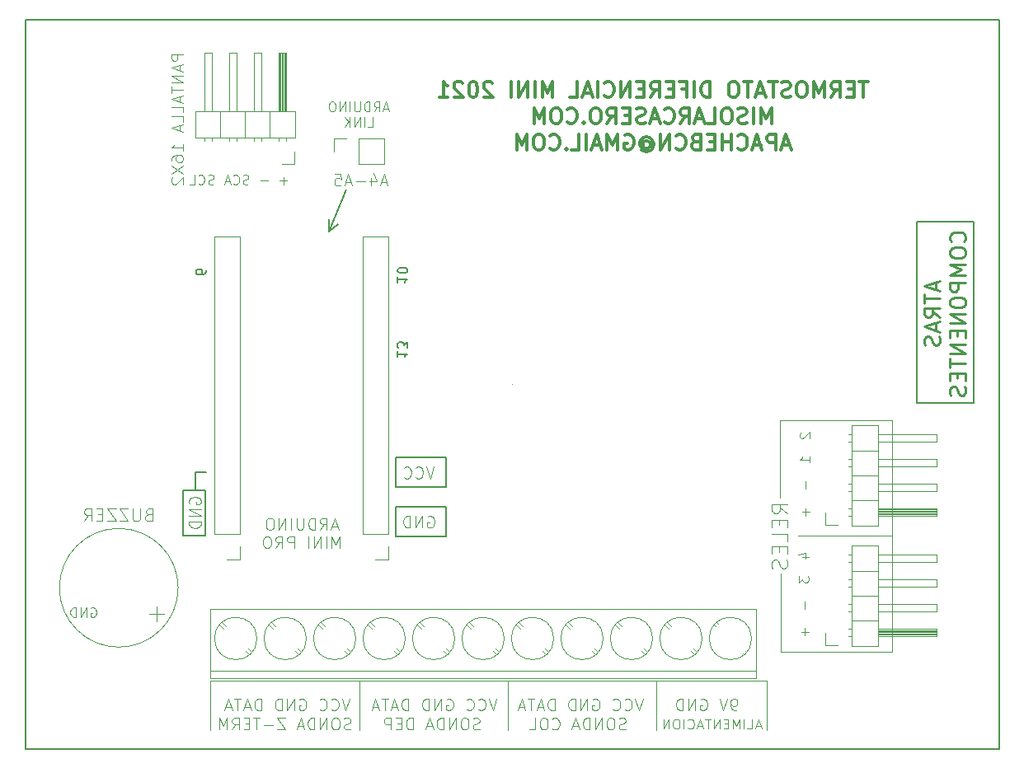
<source format=gbo>
%TF.GenerationSoftware,KiCad,Pcbnew,5.1.10*%
%TF.CreationDate,2021-09-02T20:29:26+02:00*%
%TF.ProjectId,Termostato-Diferencial-Mini,5465726d-6f73-4746-9174-6f2d44696665,rev?*%
%TF.SameCoordinates,PX9e11d20PY4c6afd0*%
%TF.FileFunction,Legend,Bot*%
%TF.FilePolarity,Positive*%
%FSLAX45Y45*%
G04 Gerber Fmt 4.5, Leading zero omitted, Abs format (unit mm)*
G04 Created by KiCad (PCBNEW 5.1.10) date 2021-09-02 20:29:26*
%MOMM*%
%LPD*%
G01*
G04 APERTURE LIST*
%ADD10C,0.100000*%
%ADD11C,0.150000*%
%ADD12C,0.050000*%
%ADD13C,0.300000*%
%TA.AperFunction,Profile*%
%ADD14C,0.200000*%
%TD*%
%ADD15C,0.250000*%
%ADD16C,0.120000*%
G04 APERTURE END LIST*
D10*
X2618200Y-3047920D02*
X-3096800Y-3047920D01*
D11*
X-675100Y-1258000D02*
X-675100Y-1562800D01*
X-675100Y-1562000D02*
X-1195800Y-1562000D01*
X-1195800Y-1562800D02*
X-1195800Y-1258000D01*
X-1195800Y-1258000D02*
X-675100Y-1258000D01*
X-1195800Y-1054800D02*
X-1195800Y-750000D01*
X-1195500Y-750000D02*
X-674800Y-750000D01*
X-674800Y-749200D02*
X-674800Y-1054000D01*
X-674800Y-1054000D02*
X-1195500Y-1054000D01*
X-3379800Y-1090000D02*
X-3154800Y-1090000D01*
X-3154800Y-1090000D02*
X-3154800Y-1559000D01*
X-3154800Y-1559000D02*
X-3379800Y-1559000D01*
X-3379800Y-1559000D02*
X-3379800Y-1090000D01*
X-1883700Y1570300D02*
X-1787400Y1645700D01*
X-1883700Y1570300D02*
X-1883700Y1693500D01*
X-1701100Y2002000D02*
X-1883700Y1570300D01*
D10*
X2301057Y-3353186D02*
X2278200Y-3353186D01*
X2266771Y-3347471D01*
X2261057Y-3341757D01*
X2249629Y-3324614D01*
X2243914Y-3301757D01*
X2243914Y-3256043D01*
X2249629Y-3244614D01*
X2255343Y-3238900D01*
X2266771Y-3233186D01*
X2289629Y-3233186D01*
X2301057Y-3238900D01*
X2306771Y-3244614D01*
X2312486Y-3256043D01*
X2312486Y-3284614D01*
X2306771Y-3296043D01*
X2301057Y-3301757D01*
X2289629Y-3307471D01*
X2266771Y-3307471D01*
X2255343Y-3301757D01*
X2249629Y-3296043D01*
X2243914Y-3284614D01*
X2209629Y-3233186D02*
X2169629Y-3353186D01*
X2129629Y-3233186D01*
X1935343Y-3238900D02*
X1946771Y-3233186D01*
X1963914Y-3233186D01*
X1981057Y-3238900D01*
X1992486Y-3250328D01*
X1998200Y-3261757D01*
X2003914Y-3284614D01*
X2003914Y-3301757D01*
X1998200Y-3324614D01*
X1992486Y-3336043D01*
X1981057Y-3347471D01*
X1963914Y-3353186D01*
X1952486Y-3353186D01*
X1935343Y-3347471D01*
X1929628Y-3341757D01*
X1929628Y-3301757D01*
X1952486Y-3301757D01*
X1878200Y-3353186D02*
X1878200Y-3233186D01*
X1809628Y-3353186D01*
X1809628Y-3233186D01*
X1752486Y-3353186D02*
X1752486Y-3233186D01*
X1723914Y-3233186D01*
X1706771Y-3238900D01*
X1695343Y-3250328D01*
X1689628Y-3261757D01*
X1683914Y-3284614D01*
X1683914Y-3301757D01*
X1689628Y-3324614D01*
X1695343Y-3336043D01*
X1706771Y-3347471D01*
X1723914Y-3353186D01*
X1752486Y-3353186D01*
X2962762Y-498928D02*
X2958000Y-503690D01*
X2953238Y-513214D01*
X2953238Y-537024D01*
X2958000Y-546548D01*
X2962762Y-551310D01*
X2972286Y-556071D01*
X2981809Y-556071D01*
X2996095Y-551310D01*
X3053238Y-494167D01*
X3053238Y-556071D01*
X3053238Y-803690D02*
X3053238Y-746548D01*
X3053238Y-775119D02*
X2953238Y-775119D01*
X2967524Y-765595D01*
X2977048Y-756071D01*
X2981809Y-746548D01*
X3015143Y-998928D02*
X3015143Y-1075119D01*
X3015143Y-1275119D02*
X3015143Y-1351310D01*
X3053238Y-1313214D02*
X2977048Y-1313214D01*
X2977571Y-1778748D02*
X3044238Y-1778748D01*
X2939476Y-1754938D02*
X3010905Y-1731128D01*
X3010905Y-1793033D01*
X2944238Y-1973986D02*
X2944238Y-2035890D01*
X2982333Y-2002557D01*
X2982333Y-2016843D01*
X2987095Y-2026367D01*
X2991857Y-2031128D01*
X3001381Y-2035890D01*
X3025190Y-2035890D01*
X3034714Y-2031128D01*
X3039476Y-2026367D01*
X3044238Y-2016843D01*
X3044238Y-1988271D01*
X3039476Y-1978748D01*
X3034714Y-1973986D01*
X3006143Y-2231129D02*
X3006143Y-2307319D01*
X3006143Y-2507319D02*
X3006143Y-2583510D01*
X3044238Y-2545414D02*
X2968048Y-2545414D01*
D12*
X5000Y0D02*
G75*
G03*
X5000Y0I-5000J0D01*
G01*
D10*
X-3735371Y-1340714D02*
X-3753943Y-1346905D01*
X-3760133Y-1353095D01*
X-3766324Y-1365476D01*
X-3766324Y-1384048D01*
X-3760133Y-1396429D01*
X-3753943Y-1402619D01*
X-3741562Y-1408809D01*
X-3692038Y-1408809D01*
X-3692038Y-1278810D01*
X-3735371Y-1278810D01*
X-3747752Y-1285000D01*
X-3753943Y-1291190D01*
X-3760133Y-1303571D01*
X-3760133Y-1315952D01*
X-3753943Y-1328333D01*
X-3747752Y-1334524D01*
X-3735371Y-1340714D01*
X-3692038Y-1340714D01*
X-3822038Y-1278810D02*
X-3822038Y-1384048D01*
X-3828229Y-1396429D01*
X-3834419Y-1402619D01*
X-3846800Y-1408809D01*
X-3871562Y-1408809D01*
X-3883943Y-1402619D01*
X-3890133Y-1396429D01*
X-3896324Y-1384048D01*
X-3896324Y-1278810D01*
X-3945848Y-1278810D02*
X-4032514Y-1278810D01*
X-3945848Y-1408809D01*
X-4032514Y-1408809D01*
X-4069657Y-1278810D02*
X-4156324Y-1278810D01*
X-4069657Y-1408809D01*
X-4156324Y-1408809D01*
X-4205848Y-1340714D02*
X-4249181Y-1340714D01*
X-4267752Y-1408809D02*
X-4205848Y-1408809D01*
X-4205848Y-1278810D01*
X-4267752Y-1278810D01*
X-4397752Y-1408809D02*
X-4354419Y-1346905D01*
X-4323467Y-1408809D02*
X-4323467Y-1278810D01*
X-4372991Y-1278810D01*
X-4385372Y-1285000D01*
X-4391562Y-1291190D01*
X-4397752Y-1303571D01*
X-4397752Y-1322143D01*
X-4391562Y-1334524D01*
X-4385372Y-1340714D01*
X-4372991Y-1346905D01*
X-4323467Y-1346905D01*
X-3573610Y-2365286D02*
X-3725990Y-2365286D01*
X-3649800Y-2441476D02*
X-3649800Y-2289095D01*
X-4326610Y-2300000D02*
X-4317086Y-2295238D01*
X-4302800Y-2295238D01*
X-4288514Y-2300000D01*
X-4278991Y-2309524D01*
X-4274229Y-2319048D01*
X-4269467Y-2338095D01*
X-4269467Y-2352381D01*
X-4274229Y-2371429D01*
X-4278991Y-2380952D01*
X-4288514Y-2390476D01*
X-4302800Y-2395238D01*
X-4312324Y-2395238D01*
X-4326610Y-2390476D01*
X-4331372Y-2385714D01*
X-4331372Y-2352381D01*
X-4312324Y-2352381D01*
X-4374229Y-2395238D02*
X-4374229Y-2295238D01*
X-4431372Y-2395238D01*
X-4431372Y-2295238D01*
X-4478991Y-2395238D02*
X-4478991Y-2295238D01*
X-4502800Y-2295238D01*
X-4517086Y-2300000D01*
X-4526610Y-2309524D01*
X-4531372Y-2319048D01*
X-4536133Y-2338095D01*
X-4536133Y-2352381D01*
X-4531372Y-2371429D01*
X-4526610Y-2380952D01*
X-4517086Y-2390476D01*
X-4502800Y-2395238D01*
X-4478991Y-2395238D01*
D11*
X-3256800Y-902400D02*
X-3143500Y-902400D01*
X-3256800Y-1088000D02*
X-3256800Y-902400D01*
D10*
X-3310900Y-1228171D02*
X-3316614Y-1216743D01*
X-3316614Y-1199600D01*
X-3310900Y-1182457D01*
X-3299471Y-1171029D01*
X-3288043Y-1165314D01*
X-3265186Y-1159600D01*
X-3248043Y-1159600D01*
X-3225186Y-1165314D01*
X-3213757Y-1171029D01*
X-3202329Y-1182457D01*
X-3196614Y-1199600D01*
X-3196614Y-1211029D01*
X-3202329Y-1228171D01*
X-3208043Y-1233886D01*
X-3248043Y-1233886D01*
X-3248043Y-1211029D01*
X-3196614Y-1285314D02*
X-3316614Y-1285314D01*
X-3196614Y-1353886D01*
X-3316614Y-1353886D01*
X-3196614Y-1411028D02*
X-3316614Y-1411028D01*
X-3316614Y-1439600D01*
X-3310900Y-1456743D01*
X-3299471Y-1468171D01*
X-3288043Y-1473886D01*
X-3265186Y-1479600D01*
X-3248043Y-1479600D01*
X-3225186Y-1473886D01*
X-3213757Y-1468171D01*
X-3202329Y-1456743D01*
X-3196614Y-1439600D01*
X-3196614Y-1411028D01*
X2932400Y-1556800D02*
X3903800Y-1556800D01*
X2618200Y-3554000D02*
X2618200Y-3047920D01*
X-1669443Y-3233186D02*
X-1709443Y-3353186D01*
X-1749443Y-3233186D01*
X-1858014Y-3341757D02*
X-1852300Y-3347471D01*
X-1835157Y-3353186D01*
X-1823729Y-3353186D01*
X-1806586Y-3347471D01*
X-1795157Y-3336043D01*
X-1789443Y-3324614D01*
X-1783729Y-3301757D01*
X-1783729Y-3284614D01*
X-1789443Y-3261757D01*
X-1795157Y-3250328D01*
X-1806586Y-3238900D01*
X-1823729Y-3233186D01*
X-1835157Y-3233186D01*
X-1852300Y-3238900D01*
X-1858014Y-3244614D01*
X-1978014Y-3341757D02*
X-1972300Y-3347471D01*
X-1955157Y-3353186D01*
X-1943729Y-3353186D01*
X-1926586Y-3347471D01*
X-1915157Y-3336043D01*
X-1909443Y-3324614D01*
X-1903729Y-3301757D01*
X-1903729Y-3284614D01*
X-1909443Y-3261757D01*
X-1915157Y-3250328D01*
X-1926586Y-3238900D01*
X-1943729Y-3233186D01*
X-1955157Y-3233186D01*
X-1972300Y-3238900D01*
X-1978014Y-3244614D01*
X-2183729Y-3238900D02*
X-2172300Y-3233186D01*
X-2155157Y-3233186D01*
X-2138014Y-3238900D01*
X-2126586Y-3250328D01*
X-2120872Y-3261757D01*
X-2115157Y-3284614D01*
X-2115157Y-3301757D01*
X-2120872Y-3324614D01*
X-2126586Y-3336043D01*
X-2138014Y-3347471D01*
X-2155157Y-3353186D01*
X-2166586Y-3353186D01*
X-2183729Y-3347471D01*
X-2189443Y-3341757D01*
X-2189443Y-3301757D01*
X-2166586Y-3301757D01*
X-2240872Y-3353186D02*
X-2240872Y-3233186D01*
X-2309443Y-3353186D01*
X-2309443Y-3233186D01*
X-2366586Y-3353186D02*
X-2366586Y-3233186D01*
X-2395157Y-3233186D01*
X-2412300Y-3238900D01*
X-2423729Y-3250328D01*
X-2429443Y-3261757D01*
X-2435157Y-3284614D01*
X-2435157Y-3301757D01*
X-2429443Y-3324614D01*
X-2423729Y-3336043D01*
X-2412300Y-3347471D01*
X-2395157Y-3353186D01*
X-2366586Y-3353186D01*
X-2578014Y-3353186D02*
X-2578014Y-3233186D01*
X-2606586Y-3233186D01*
X-2623729Y-3238900D01*
X-2635157Y-3250328D01*
X-2640872Y-3261757D01*
X-2646586Y-3284614D01*
X-2646586Y-3301757D01*
X-2640872Y-3324614D01*
X-2635157Y-3336043D01*
X-2623729Y-3347471D01*
X-2606586Y-3353186D01*
X-2578014Y-3353186D01*
X-2692300Y-3318900D02*
X-2749443Y-3318900D01*
X-2680872Y-3353186D02*
X-2720872Y-3233186D01*
X-2760872Y-3353186D01*
X-2783729Y-3233186D02*
X-2852300Y-3233186D01*
X-2818014Y-3353186D02*
X-2818014Y-3233186D01*
X-2886586Y-3318900D02*
X-2943729Y-3318900D01*
X-2875157Y-3353186D02*
X-2915157Y-3233186D01*
X-2955157Y-3353186D01*
X-1658957Y-3545171D02*
X-1676100Y-3550886D01*
X-1704671Y-3550886D01*
X-1716100Y-3545171D01*
X-1721814Y-3539457D01*
X-1727529Y-3528028D01*
X-1727529Y-3516600D01*
X-1721814Y-3505171D01*
X-1716100Y-3499457D01*
X-1704671Y-3493743D01*
X-1681814Y-3488028D01*
X-1670386Y-3482314D01*
X-1664671Y-3476600D01*
X-1658957Y-3465171D01*
X-1658957Y-3453743D01*
X-1664671Y-3442314D01*
X-1670386Y-3436600D01*
X-1681814Y-3430886D01*
X-1710386Y-3430886D01*
X-1727529Y-3436600D01*
X-1801814Y-3430886D02*
X-1824671Y-3430886D01*
X-1836100Y-3436600D01*
X-1847529Y-3448028D01*
X-1853243Y-3470886D01*
X-1853243Y-3510886D01*
X-1847529Y-3533743D01*
X-1836100Y-3545171D01*
X-1824671Y-3550886D01*
X-1801814Y-3550886D01*
X-1790386Y-3545171D01*
X-1778957Y-3533743D01*
X-1773243Y-3510886D01*
X-1773243Y-3470886D01*
X-1778957Y-3448028D01*
X-1790386Y-3436600D01*
X-1801814Y-3430886D01*
X-1904671Y-3550886D02*
X-1904671Y-3430886D01*
X-1973243Y-3550886D01*
X-1973243Y-3430886D01*
X-2030386Y-3550886D02*
X-2030386Y-3430886D01*
X-2058957Y-3430886D01*
X-2076100Y-3436600D01*
X-2087529Y-3448028D01*
X-2093243Y-3459457D01*
X-2098957Y-3482314D01*
X-2098957Y-3499457D01*
X-2093243Y-3522314D01*
X-2087529Y-3533743D01*
X-2076100Y-3545171D01*
X-2058957Y-3550886D01*
X-2030386Y-3550886D01*
X-2144672Y-3516600D02*
X-2201814Y-3516600D01*
X-2133243Y-3550886D02*
X-2173243Y-3430886D01*
X-2213243Y-3550886D01*
X-2333243Y-3430886D02*
X-2413243Y-3430886D01*
X-2333243Y-3550886D01*
X-2413243Y-3550886D01*
X-2458957Y-3505171D02*
X-2550386Y-3505171D01*
X-2590386Y-3430886D02*
X-2658957Y-3430886D01*
X-2624672Y-3550886D02*
X-2624672Y-3430886D01*
X-2698957Y-3488028D02*
X-2738957Y-3488028D01*
X-2756100Y-3550886D02*
X-2698957Y-3550886D01*
X-2698957Y-3430886D01*
X-2756100Y-3430886D01*
X-2876100Y-3550886D02*
X-2836100Y-3493743D01*
X-2807529Y-3550886D02*
X-2807529Y-3430886D01*
X-2853243Y-3430886D01*
X-2864671Y-3436600D01*
X-2870386Y-3442314D01*
X-2876100Y-3453743D01*
X-2876100Y-3470886D01*
X-2870386Y-3482314D01*
X-2864671Y-3488028D01*
X-2853243Y-3493743D01*
X-2807529Y-3493743D01*
X-2927529Y-3550886D02*
X-2927529Y-3430886D01*
X-2967529Y-3516600D01*
X-3007529Y-3430886D01*
X-3007529Y-3550886D01*
X-158443Y-3233186D02*
X-198443Y-3353186D01*
X-238443Y-3233186D01*
X-347014Y-3341757D02*
X-341300Y-3347471D01*
X-324157Y-3353186D01*
X-312729Y-3353186D01*
X-295586Y-3347471D01*
X-284157Y-3336043D01*
X-278443Y-3324614D01*
X-272729Y-3301757D01*
X-272729Y-3284614D01*
X-278443Y-3261757D01*
X-284157Y-3250328D01*
X-295586Y-3238900D01*
X-312729Y-3233186D01*
X-324157Y-3233186D01*
X-341300Y-3238900D01*
X-347014Y-3244614D01*
X-467014Y-3341757D02*
X-461300Y-3347471D01*
X-444157Y-3353186D01*
X-432729Y-3353186D01*
X-415586Y-3347471D01*
X-404157Y-3336043D01*
X-398443Y-3324614D01*
X-392729Y-3301757D01*
X-392729Y-3284614D01*
X-398443Y-3261757D01*
X-404157Y-3250328D01*
X-415586Y-3238900D01*
X-432729Y-3233186D01*
X-444157Y-3233186D01*
X-461300Y-3238900D01*
X-467014Y-3244614D01*
X-672729Y-3238900D02*
X-661300Y-3233186D01*
X-644157Y-3233186D01*
X-627014Y-3238900D01*
X-615586Y-3250328D01*
X-609872Y-3261757D01*
X-604157Y-3284614D01*
X-604157Y-3301757D01*
X-609872Y-3324614D01*
X-615586Y-3336043D01*
X-627014Y-3347471D01*
X-644157Y-3353186D01*
X-655586Y-3353186D01*
X-672729Y-3347471D01*
X-678443Y-3341757D01*
X-678443Y-3301757D01*
X-655586Y-3301757D01*
X-729871Y-3353186D02*
X-729871Y-3233186D01*
X-798443Y-3353186D01*
X-798443Y-3233186D01*
X-855586Y-3353186D02*
X-855586Y-3233186D01*
X-884157Y-3233186D01*
X-901300Y-3238900D01*
X-912729Y-3250328D01*
X-918443Y-3261757D01*
X-924157Y-3284614D01*
X-924157Y-3301757D01*
X-918443Y-3324614D01*
X-912729Y-3336043D01*
X-901300Y-3347471D01*
X-884157Y-3353186D01*
X-855586Y-3353186D01*
X-1067014Y-3353186D02*
X-1067014Y-3233186D01*
X-1095586Y-3233186D01*
X-1112729Y-3238900D01*
X-1124157Y-3250328D01*
X-1129872Y-3261757D01*
X-1135586Y-3284614D01*
X-1135586Y-3301757D01*
X-1129872Y-3324614D01*
X-1124157Y-3336043D01*
X-1112729Y-3347471D01*
X-1095586Y-3353186D01*
X-1067014Y-3353186D01*
X-1181300Y-3318900D02*
X-1238443Y-3318900D01*
X-1169872Y-3353186D02*
X-1209872Y-3233186D01*
X-1249872Y-3353186D01*
X-1272729Y-3233186D02*
X-1341300Y-3233186D01*
X-1307014Y-3353186D02*
X-1307014Y-3233186D01*
X-1375586Y-3318900D02*
X-1432729Y-3318900D01*
X-1364157Y-3353186D02*
X-1404157Y-3233186D01*
X-1444157Y-3353186D01*
X-333672Y-3545171D02*
X-350814Y-3550886D01*
X-379386Y-3550886D01*
X-390814Y-3545171D01*
X-396529Y-3539457D01*
X-402243Y-3528028D01*
X-402243Y-3516600D01*
X-396529Y-3505171D01*
X-390814Y-3499457D01*
X-379386Y-3493743D01*
X-356529Y-3488028D01*
X-345100Y-3482314D01*
X-339386Y-3476600D01*
X-333672Y-3465171D01*
X-333672Y-3453743D01*
X-339386Y-3442314D01*
X-345100Y-3436600D01*
X-356529Y-3430886D01*
X-385100Y-3430886D01*
X-402243Y-3436600D01*
X-476529Y-3430886D02*
X-499386Y-3430886D01*
X-510814Y-3436600D01*
X-522243Y-3448028D01*
X-527957Y-3470886D01*
X-527957Y-3510886D01*
X-522243Y-3533743D01*
X-510814Y-3545171D01*
X-499386Y-3550886D01*
X-476529Y-3550886D01*
X-465100Y-3545171D01*
X-453671Y-3533743D01*
X-447957Y-3510886D01*
X-447957Y-3470886D01*
X-453671Y-3448028D01*
X-465100Y-3436600D01*
X-476529Y-3430886D01*
X-579386Y-3550886D02*
X-579386Y-3430886D01*
X-647957Y-3550886D01*
X-647957Y-3430886D01*
X-705100Y-3550886D02*
X-705100Y-3430886D01*
X-733671Y-3430886D01*
X-750814Y-3436600D01*
X-762243Y-3448028D01*
X-767957Y-3459457D01*
X-773671Y-3482314D01*
X-773671Y-3499457D01*
X-767957Y-3522314D01*
X-762243Y-3533743D01*
X-750814Y-3545171D01*
X-733671Y-3550886D01*
X-705100Y-3550886D01*
X-819386Y-3516600D02*
X-876529Y-3516600D01*
X-807957Y-3550886D02*
X-847957Y-3430886D01*
X-887957Y-3550886D01*
X-1019386Y-3550886D02*
X-1019386Y-3430886D01*
X-1047957Y-3430886D01*
X-1065100Y-3436600D01*
X-1076529Y-3448028D01*
X-1082243Y-3459457D01*
X-1087957Y-3482314D01*
X-1087957Y-3499457D01*
X-1082243Y-3522314D01*
X-1076529Y-3533743D01*
X-1065100Y-3545171D01*
X-1047957Y-3550886D01*
X-1019386Y-3550886D01*
X-1139386Y-3488028D02*
X-1179386Y-3488028D01*
X-1196529Y-3550886D02*
X-1139386Y-3550886D01*
X-1139386Y-3430886D01*
X-1196529Y-3430886D01*
X-1247957Y-3550886D02*
X-1247957Y-3430886D01*
X-1293672Y-3430886D01*
X-1305100Y-3436600D01*
X-1310814Y-3442314D01*
X-1316529Y-3453743D01*
X-1316529Y-3470886D01*
X-1310814Y-3482314D01*
X-1305100Y-3488028D01*
X-1293672Y-3493743D01*
X-1247957Y-3493743D01*
X1343757Y-3233186D02*
X1303757Y-3353186D01*
X1263757Y-3233186D01*
X1155186Y-3341757D02*
X1160900Y-3347471D01*
X1178043Y-3353186D01*
X1189471Y-3353186D01*
X1206614Y-3347471D01*
X1218043Y-3336043D01*
X1223757Y-3324614D01*
X1229471Y-3301757D01*
X1229471Y-3284614D01*
X1223757Y-3261757D01*
X1218043Y-3250328D01*
X1206614Y-3238900D01*
X1189471Y-3233186D01*
X1178043Y-3233186D01*
X1160900Y-3238900D01*
X1155186Y-3244614D01*
X1035186Y-3341757D02*
X1040900Y-3347471D01*
X1058043Y-3353186D01*
X1069471Y-3353186D01*
X1086614Y-3347471D01*
X1098043Y-3336043D01*
X1103757Y-3324614D01*
X1109471Y-3301757D01*
X1109471Y-3284614D01*
X1103757Y-3261757D01*
X1098043Y-3250328D01*
X1086614Y-3238900D01*
X1069471Y-3233186D01*
X1058043Y-3233186D01*
X1040900Y-3238900D01*
X1035186Y-3244614D01*
X829471Y-3238900D02*
X840900Y-3233186D01*
X858043Y-3233186D01*
X875186Y-3238900D01*
X886614Y-3250328D01*
X892328Y-3261757D01*
X898043Y-3284614D01*
X898043Y-3301757D01*
X892328Y-3324614D01*
X886614Y-3336043D01*
X875186Y-3347471D01*
X858043Y-3353186D01*
X846614Y-3353186D01*
X829471Y-3347471D01*
X823757Y-3341757D01*
X823757Y-3301757D01*
X846614Y-3301757D01*
X772328Y-3353186D02*
X772328Y-3233186D01*
X703757Y-3353186D01*
X703757Y-3233186D01*
X646614Y-3353186D02*
X646614Y-3233186D01*
X618043Y-3233186D01*
X600900Y-3238900D01*
X589471Y-3250328D01*
X583757Y-3261757D01*
X578043Y-3284614D01*
X578043Y-3301757D01*
X583757Y-3324614D01*
X589471Y-3336043D01*
X600900Y-3347471D01*
X618043Y-3353186D01*
X646614Y-3353186D01*
X435186Y-3353186D02*
X435186Y-3233186D01*
X406614Y-3233186D01*
X389471Y-3238900D01*
X378043Y-3250328D01*
X372328Y-3261757D01*
X366614Y-3284614D01*
X366614Y-3301757D01*
X372328Y-3324614D01*
X378043Y-3336043D01*
X389471Y-3347471D01*
X406614Y-3353186D01*
X435186Y-3353186D01*
X320900Y-3318900D02*
X263757Y-3318900D01*
X332329Y-3353186D02*
X292329Y-3233186D01*
X252328Y-3353186D01*
X229471Y-3233186D02*
X160900Y-3233186D01*
X195186Y-3353186D02*
X195186Y-3233186D01*
X126614Y-3318900D02*
X69471Y-3318900D01*
X138043Y-3353186D02*
X98043Y-3233186D01*
X58043Y-3353186D01*
D11*
X-1176038Y1101352D02*
X-1176038Y1044210D01*
X-1176038Y1072781D02*
X-1076038Y1072781D01*
X-1090324Y1063257D01*
X-1099848Y1053733D01*
X-1104610Y1044210D01*
X-1076038Y1163257D02*
X-1076038Y1172781D01*
X-1080800Y1182305D01*
X-1085562Y1187067D01*
X-1095086Y1191829D01*
X-1114133Y1196591D01*
X-1137943Y1196591D01*
X-1156991Y1191829D01*
X-1166514Y1187067D01*
X-1171276Y1182305D01*
X-1176038Y1172781D01*
X-1176038Y1163257D01*
X-1171276Y1153733D01*
X-1166514Y1148972D01*
X-1156991Y1144210D01*
X-1137943Y1139448D01*
X-1114133Y1139448D01*
X-1095086Y1144210D01*
X-1085562Y1148972D01*
X-1080800Y1153733D01*
X-1076038Y1163257D01*
X-3144962Y1170248D02*
X-3144962Y1151200D01*
X-3149724Y1141676D01*
X-3154486Y1136914D01*
X-3168771Y1127391D01*
X-3187819Y1122629D01*
X-3225914Y1122629D01*
X-3235438Y1127391D01*
X-3240200Y1132152D01*
X-3244962Y1141676D01*
X-3244962Y1160724D01*
X-3240200Y1170248D01*
X-3235438Y1175010D01*
X-3225914Y1179772D01*
X-3202105Y1179772D01*
X-3192581Y1175010D01*
X-3187819Y1170248D01*
X-3183057Y1160724D01*
X-3183057Y1141676D01*
X-3187819Y1132152D01*
X-3192581Y1127391D01*
X-3202105Y1122629D01*
D10*
X-1795086Y-1461000D02*
X-1852229Y-1461000D01*
X-1783657Y-1495286D02*
X-1823657Y-1375286D01*
X-1863657Y-1495286D01*
X-1972229Y-1495286D02*
X-1932229Y-1438143D01*
X-1903657Y-1495286D02*
X-1903657Y-1375286D01*
X-1949371Y-1375286D01*
X-1960800Y-1381000D01*
X-1966514Y-1386714D01*
X-1972229Y-1398143D01*
X-1972229Y-1415286D01*
X-1966514Y-1426714D01*
X-1960800Y-1432428D01*
X-1949371Y-1438143D01*
X-1903657Y-1438143D01*
X-2023657Y-1495286D02*
X-2023657Y-1375286D01*
X-2052229Y-1375286D01*
X-2069371Y-1381000D01*
X-2080800Y-1392429D01*
X-2086514Y-1403857D01*
X-2092229Y-1426714D01*
X-2092229Y-1443857D01*
X-2086514Y-1466714D01*
X-2080800Y-1478143D01*
X-2069371Y-1489571D01*
X-2052229Y-1495286D01*
X-2023657Y-1495286D01*
X-2143657Y-1375286D02*
X-2143657Y-1472428D01*
X-2149372Y-1483857D01*
X-2155086Y-1489571D01*
X-2166514Y-1495286D01*
X-2189372Y-1495286D01*
X-2200800Y-1489571D01*
X-2206514Y-1483857D01*
X-2212229Y-1472428D01*
X-2212229Y-1375286D01*
X-2269372Y-1495286D02*
X-2269372Y-1375286D01*
X-2326514Y-1495286D02*
X-2326514Y-1375286D01*
X-2395086Y-1495286D01*
X-2395086Y-1375286D01*
X-2475086Y-1375286D02*
X-2497943Y-1375286D01*
X-2509372Y-1381000D01*
X-2520800Y-1392429D01*
X-2526514Y-1415286D01*
X-2526514Y-1455286D01*
X-2520800Y-1478143D01*
X-2509372Y-1489571D01*
X-2497943Y-1495286D01*
X-2475086Y-1495286D01*
X-2463657Y-1489571D01*
X-2452229Y-1478143D01*
X-2446514Y-1455286D01*
X-2446514Y-1415286D01*
X-2452229Y-1392429D01*
X-2463657Y-1381000D01*
X-2475086Y-1375286D01*
X-1772229Y-1685286D02*
X-1772229Y-1565286D01*
X-1812229Y-1651000D01*
X-1852229Y-1565286D01*
X-1852229Y-1685286D01*
X-1909371Y-1685286D02*
X-1909371Y-1565286D01*
X-1966514Y-1685286D02*
X-1966514Y-1565286D01*
X-2035086Y-1685286D01*
X-2035086Y-1565286D01*
X-2092229Y-1685286D02*
X-2092229Y-1565286D01*
X-2240800Y-1685286D02*
X-2240800Y-1565286D01*
X-2286514Y-1565286D01*
X-2297943Y-1571000D01*
X-2303657Y-1576714D01*
X-2309372Y-1588143D01*
X-2309372Y-1605286D01*
X-2303657Y-1616714D01*
X-2297943Y-1622428D01*
X-2286514Y-1628143D01*
X-2240800Y-1628143D01*
X-2429372Y-1685286D02*
X-2389372Y-1628143D01*
X-2360800Y-1685286D02*
X-2360800Y-1565286D01*
X-2406514Y-1565286D01*
X-2417943Y-1571000D01*
X-2423657Y-1576714D01*
X-2429372Y-1588143D01*
X-2429372Y-1605286D01*
X-2423657Y-1616714D01*
X-2417943Y-1622428D01*
X-2406514Y-1628143D01*
X-2360800Y-1628143D01*
X-2503657Y-1565286D02*
X-2526514Y-1565286D01*
X-2537943Y-1571000D01*
X-2549372Y-1582428D01*
X-2555086Y-1605286D01*
X-2555086Y-1645286D01*
X-2549372Y-1668143D01*
X-2537943Y-1679571D01*
X-2526514Y-1685286D01*
X-2503657Y-1685286D01*
X-2492229Y-1679571D01*
X-2480800Y-1668143D01*
X-2475086Y-1645286D01*
X-2475086Y-1605286D01*
X-2480800Y-1582428D01*
X-2492229Y-1571000D01*
X-2503657Y-1565286D01*
X-3379514Y3390714D02*
X-3499514Y3390714D01*
X-3499514Y3345000D01*
X-3493800Y3333571D01*
X-3488086Y3327857D01*
X-3476657Y3322143D01*
X-3459514Y3322143D01*
X-3448086Y3327857D01*
X-3442371Y3333571D01*
X-3436657Y3345000D01*
X-3436657Y3390714D01*
X-3413800Y3276429D02*
X-3413800Y3219286D01*
X-3379514Y3287857D02*
X-3499514Y3247857D01*
X-3379514Y3207857D01*
X-3379514Y3167857D02*
X-3499514Y3167857D01*
X-3379514Y3099286D01*
X-3499514Y3099286D01*
X-3499514Y3059286D02*
X-3499514Y2990714D01*
X-3379514Y3025000D02*
X-3499514Y3025000D01*
X-3413800Y2956429D02*
X-3413800Y2899286D01*
X-3379514Y2967857D02*
X-3499514Y2927857D01*
X-3379514Y2887857D01*
X-3379514Y2790714D02*
X-3379514Y2847857D01*
X-3499514Y2847857D01*
X-3379514Y2693572D02*
X-3379514Y2750714D01*
X-3499514Y2750714D01*
X-3413800Y2659286D02*
X-3413800Y2602143D01*
X-3379514Y2670714D02*
X-3499514Y2630714D01*
X-3379514Y2590714D01*
X-3379514Y2396429D02*
X-3379514Y2465000D01*
X-3379514Y2430714D02*
X-3499514Y2430714D01*
X-3482371Y2442143D01*
X-3470943Y2453572D01*
X-3465229Y2465000D01*
X-3499514Y2293572D02*
X-3499514Y2316429D01*
X-3493800Y2327857D01*
X-3488086Y2333572D01*
X-3470943Y2345000D01*
X-3448086Y2350714D01*
X-3402371Y2350714D01*
X-3390943Y2345000D01*
X-3385229Y2339286D01*
X-3379514Y2327857D01*
X-3379514Y2305000D01*
X-3385229Y2293572D01*
X-3390943Y2287857D01*
X-3402371Y2282143D01*
X-3430943Y2282143D01*
X-3442371Y2287857D01*
X-3448086Y2293572D01*
X-3453800Y2305000D01*
X-3453800Y2327857D01*
X-3448086Y2339286D01*
X-3442371Y2345000D01*
X-3430943Y2350714D01*
X-3499514Y2242143D02*
X-3379514Y2162143D01*
X-3499514Y2162143D02*
X-3379514Y2242143D01*
X-3488086Y2122143D02*
X-3493800Y2116429D01*
X-3499514Y2105000D01*
X-3499514Y2076429D01*
X-3493800Y2065000D01*
X-3488086Y2059286D01*
X-3476657Y2053571D01*
X-3465229Y2053571D01*
X-3448086Y2059286D01*
X-3379514Y2127857D01*
X-3379514Y2053571D01*
D11*
X-1176038Y336552D02*
X-1176038Y279410D01*
X-1176038Y307981D02*
X-1076038Y307981D01*
X-1090324Y298457D01*
X-1099848Y288933D01*
X-1104610Y279410D01*
X-1076038Y369886D02*
X-1076038Y431790D01*
X-1114133Y398457D01*
X-1114133Y412743D01*
X-1118895Y422267D01*
X-1123657Y427029D01*
X-1133181Y431790D01*
X-1156991Y431790D01*
X-1166514Y427029D01*
X-1171276Y422267D01*
X-1176038Y412743D01*
X-1176038Y384171D01*
X-1171276Y374648D01*
X-1166514Y369886D01*
D10*
X-1272038Y2829333D02*
X-1319657Y2829333D01*
X-1262514Y2800762D02*
X-1295848Y2900762D01*
X-1329181Y2800762D01*
X-1419657Y2800762D02*
X-1386324Y2848381D01*
X-1362514Y2800762D02*
X-1362514Y2900762D01*
X-1400610Y2900762D01*
X-1410133Y2896000D01*
X-1414895Y2891238D01*
X-1419657Y2881714D01*
X-1419657Y2867429D01*
X-1414895Y2857905D01*
X-1410133Y2853143D01*
X-1400610Y2848381D01*
X-1362514Y2848381D01*
X-1462514Y2800762D02*
X-1462514Y2900762D01*
X-1486324Y2900762D01*
X-1500610Y2896000D01*
X-1510133Y2886476D01*
X-1514895Y2876952D01*
X-1519657Y2857905D01*
X-1519657Y2843619D01*
X-1514895Y2824571D01*
X-1510133Y2815048D01*
X-1500610Y2805524D01*
X-1486324Y2800762D01*
X-1462514Y2800762D01*
X-1562514Y2900762D02*
X-1562514Y2819810D01*
X-1567276Y2810286D01*
X-1572038Y2805524D01*
X-1581562Y2800762D01*
X-1600610Y2800762D01*
X-1610133Y2805524D01*
X-1614895Y2810286D01*
X-1619657Y2819810D01*
X-1619657Y2900762D01*
X-1667276Y2800762D02*
X-1667276Y2900762D01*
X-1714895Y2800762D02*
X-1714895Y2900762D01*
X-1772038Y2800762D01*
X-1772038Y2900762D01*
X-1838705Y2900762D02*
X-1857752Y2900762D01*
X-1867276Y2896000D01*
X-1876800Y2886476D01*
X-1881562Y2867429D01*
X-1881562Y2834095D01*
X-1876800Y2815048D01*
X-1867276Y2805524D01*
X-1857752Y2800762D01*
X-1838705Y2800762D01*
X-1829181Y2805524D01*
X-1819657Y2815048D01*
X-1814895Y2834095D01*
X-1814895Y2867429D01*
X-1819657Y2886476D01*
X-1829181Y2896000D01*
X-1838705Y2900762D01*
X-1481562Y2640762D02*
X-1433943Y2640762D01*
X-1433943Y2740762D01*
X-1514895Y2640762D02*
X-1514895Y2740762D01*
X-1562514Y2640762D02*
X-1562514Y2740762D01*
X-1619657Y2640762D01*
X-1619657Y2740762D01*
X-1667276Y2640762D02*
X-1667276Y2740762D01*
X-1724419Y2640762D02*
X-1681562Y2697905D01*
X-1724419Y2740762D02*
X-1667276Y2683619D01*
D13*
X3653484Y3107739D02*
X3562055Y3107739D01*
X3607769Y2947739D02*
X3607769Y3107739D01*
X3508722Y3031549D02*
X3455388Y3031549D01*
X3432531Y2947739D02*
X3508722Y2947739D01*
X3508722Y3107739D01*
X3432531Y3107739D01*
X3272531Y2947739D02*
X3325865Y3023930D01*
X3363960Y2947739D02*
X3363960Y3107739D01*
X3303008Y3107739D01*
X3287769Y3100120D01*
X3280150Y3092501D01*
X3272531Y3077263D01*
X3272531Y3054406D01*
X3280150Y3039168D01*
X3287769Y3031549D01*
X3303008Y3023930D01*
X3363960Y3023930D01*
X3203960Y2947739D02*
X3203960Y3107739D01*
X3150627Y2993453D01*
X3097293Y3107739D01*
X3097293Y2947739D01*
X2990627Y3107739D02*
X2960150Y3107739D01*
X2944912Y3100120D01*
X2929674Y3084882D01*
X2922055Y3054406D01*
X2922055Y3001072D01*
X2929674Y2970596D01*
X2944912Y2955358D01*
X2960150Y2947739D01*
X2990627Y2947739D01*
X3005865Y2955358D01*
X3021103Y2970596D01*
X3028722Y3001072D01*
X3028722Y3054406D01*
X3021103Y3084882D01*
X3005865Y3100120D01*
X2990627Y3107739D01*
X2861103Y2955358D02*
X2838246Y2947739D01*
X2800150Y2947739D01*
X2784912Y2955358D01*
X2777293Y2962977D01*
X2769674Y2978215D01*
X2769674Y2993453D01*
X2777293Y3008691D01*
X2784912Y3016310D01*
X2800150Y3023930D01*
X2830627Y3031549D01*
X2845865Y3039168D01*
X2853484Y3046787D01*
X2861103Y3062025D01*
X2861103Y3077263D01*
X2853484Y3092501D01*
X2845865Y3100120D01*
X2830627Y3107739D01*
X2792531Y3107739D01*
X2769674Y3100120D01*
X2723960Y3107739D02*
X2632531Y3107739D01*
X2678246Y2947739D02*
X2678246Y3107739D01*
X2586817Y2993453D02*
X2510627Y2993453D01*
X2602055Y2947739D02*
X2548722Y3107739D01*
X2495389Y2947739D01*
X2464912Y3107739D02*
X2373484Y3107739D01*
X2419198Y2947739D02*
X2419198Y3107739D01*
X2289674Y3107739D02*
X2259198Y3107739D01*
X2243960Y3100120D01*
X2228722Y3084882D01*
X2221103Y3054406D01*
X2221103Y3001072D01*
X2228722Y2970596D01*
X2243960Y2955358D01*
X2259198Y2947739D01*
X2289674Y2947739D01*
X2304912Y2955358D01*
X2320150Y2970596D01*
X2327770Y3001072D01*
X2327770Y3054406D01*
X2320150Y3084882D01*
X2304912Y3100120D01*
X2289674Y3107739D01*
X2030627Y2947739D02*
X2030627Y3107739D01*
X1992531Y3107739D01*
X1969674Y3100120D01*
X1954436Y3084882D01*
X1946817Y3069644D01*
X1939198Y3039168D01*
X1939198Y3016310D01*
X1946817Y2985834D01*
X1954436Y2970596D01*
X1969674Y2955358D01*
X1992531Y2947739D01*
X2030627Y2947739D01*
X1870627Y2947739D02*
X1870627Y3107739D01*
X1741103Y3031549D02*
X1794436Y3031549D01*
X1794436Y2947739D02*
X1794436Y3107739D01*
X1718246Y3107739D01*
X1657293Y3031549D02*
X1603960Y3031549D01*
X1581103Y2947739D02*
X1657293Y2947739D01*
X1657293Y3107739D01*
X1581103Y3107739D01*
X1421103Y2947739D02*
X1474436Y3023930D01*
X1512531Y2947739D02*
X1512531Y3107739D01*
X1451579Y3107739D01*
X1436341Y3100120D01*
X1428722Y3092501D01*
X1421103Y3077263D01*
X1421103Y3054406D01*
X1428722Y3039168D01*
X1436341Y3031549D01*
X1451579Y3023930D01*
X1512531Y3023930D01*
X1352531Y3031549D02*
X1299198Y3031549D01*
X1276341Y2947739D02*
X1352531Y2947739D01*
X1352531Y3107739D01*
X1276341Y3107739D01*
X1207770Y2947739D02*
X1207770Y3107739D01*
X1116341Y2947739D01*
X1116341Y3107739D01*
X948722Y2962977D02*
X956341Y2955358D01*
X979198Y2947739D01*
X994436Y2947739D01*
X1017293Y2955358D01*
X1032531Y2970596D01*
X1040150Y2985834D01*
X1047769Y3016310D01*
X1047769Y3039168D01*
X1040150Y3069644D01*
X1032531Y3084882D01*
X1017293Y3100120D01*
X994436Y3107739D01*
X979198Y3107739D01*
X956341Y3100120D01*
X948722Y3092501D01*
X880150Y2947739D02*
X880150Y3107739D01*
X811579Y2993453D02*
X735388Y2993453D01*
X826817Y2947739D02*
X773484Y3107739D01*
X720150Y2947739D01*
X590627Y2947739D02*
X666817Y2947739D01*
X666817Y3107739D01*
X415388Y2947739D02*
X415388Y3107739D01*
X362055Y2993453D01*
X308722Y3107739D01*
X308722Y2947739D01*
X232531Y2947739D02*
X232531Y3107739D01*
X156341Y2947739D02*
X156341Y3107739D01*
X64912Y2947739D01*
X64912Y3107739D01*
X-11278Y2947739D02*
X-11278Y3107739D01*
X-201754Y3092501D02*
X-209373Y3100120D01*
X-224611Y3107739D01*
X-262707Y3107739D01*
X-277945Y3100120D01*
X-285564Y3092501D01*
X-293183Y3077263D01*
X-293183Y3062025D01*
X-285564Y3039168D01*
X-194135Y2947739D01*
X-293183Y2947739D01*
X-392230Y3107739D02*
X-407469Y3107739D01*
X-422707Y3100120D01*
X-430326Y3092501D01*
X-437945Y3077263D01*
X-445564Y3046787D01*
X-445564Y3008691D01*
X-437945Y2978215D01*
X-430326Y2962977D01*
X-422707Y2955358D01*
X-407469Y2947739D01*
X-392230Y2947739D01*
X-376992Y2955358D01*
X-369373Y2962977D01*
X-361754Y2978215D01*
X-354135Y3008691D01*
X-354135Y3046787D01*
X-361754Y3077263D01*
X-369373Y3092501D01*
X-376992Y3100120D01*
X-392230Y3107739D01*
X-506516Y3092501D02*
X-514135Y3100120D01*
X-529373Y3107739D01*
X-567469Y3107739D01*
X-582707Y3100120D01*
X-590326Y3092501D01*
X-597945Y3077263D01*
X-597945Y3062025D01*
X-590326Y3039168D01*
X-498897Y2947739D01*
X-597945Y2947739D01*
X-750326Y2947739D02*
X-658897Y2947739D01*
X-704611Y2947739D02*
X-704611Y3107739D01*
X-689373Y3084882D01*
X-674135Y3069644D01*
X-658897Y3062025D01*
X2663008Y2677739D02*
X2663008Y2837739D01*
X2609674Y2723453D01*
X2556341Y2837739D01*
X2556341Y2677739D01*
X2480150Y2677739D02*
X2480150Y2837739D01*
X2411579Y2685358D02*
X2388722Y2677739D01*
X2350627Y2677739D01*
X2335389Y2685358D01*
X2327770Y2692977D01*
X2320150Y2708215D01*
X2320150Y2723453D01*
X2327770Y2738692D01*
X2335389Y2746311D01*
X2350627Y2753930D01*
X2381103Y2761549D01*
X2396341Y2769168D01*
X2403960Y2776787D01*
X2411579Y2792025D01*
X2411579Y2807263D01*
X2403960Y2822501D01*
X2396341Y2830120D01*
X2381103Y2837739D01*
X2343008Y2837739D01*
X2320150Y2830120D01*
X2221103Y2837739D02*
X2190627Y2837739D01*
X2175389Y2830120D01*
X2160150Y2814882D01*
X2152531Y2784406D01*
X2152531Y2731072D01*
X2160150Y2700596D01*
X2175389Y2685358D01*
X2190627Y2677739D01*
X2221103Y2677739D01*
X2236341Y2685358D01*
X2251579Y2700596D01*
X2259198Y2731072D01*
X2259198Y2784406D01*
X2251579Y2814882D01*
X2236341Y2830120D01*
X2221103Y2837739D01*
X2007769Y2677739D02*
X2083960Y2677739D01*
X2083960Y2837739D01*
X1962055Y2723453D02*
X1885865Y2723453D01*
X1977293Y2677739D02*
X1923960Y2837739D01*
X1870627Y2677739D01*
X1725865Y2677739D02*
X1779198Y2753930D01*
X1817293Y2677739D02*
X1817293Y2837739D01*
X1756341Y2837739D01*
X1741103Y2830120D01*
X1733484Y2822501D01*
X1725865Y2807263D01*
X1725865Y2784406D01*
X1733484Y2769168D01*
X1741103Y2761549D01*
X1756341Y2753930D01*
X1817293Y2753930D01*
X1565865Y2692977D02*
X1573484Y2685358D01*
X1596341Y2677739D01*
X1611579Y2677739D01*
X1634436Y2685358D01*
X1649674Y2700596D01*
X1657293Y2715834D01*
X1664912Y2746311D01*
X1664912Y2769168D01*
X1657293Y2799644D01*
X1649674Y2814882D01*
X1634436Y2830120D01*
X1611579Y2837739D01*
X1596341Y2837739D01*
X1573484Y2830120D01*
X1565865Y2822501D01*
X1504912Y2723453D02*
X1428722Y2723453D01*
X1520150Y2677739D02*
X1466817Y2837739D01*
X1413484Y2677739D01*
X1367770Y2685358D02*
X1344912Y2677739D01*
X1306817Y2677739D01*
X1291579Y2685358D01*
X1283960Y2692977D01*
X1276341Y2708215D01*
X1276341Y2723453D01*
X1283960Y2738692D01*
X1291579Y2746311D01*
X1306817Y2753930D01*
X1337293Y2761549D01*
X1352531Y2769168D01*
X1360150Y2776787D01*
X1367770Y2792025D01*
X1367770Y2807263D01*
X1360150Y2822501D01*
X1352531Y2830120D01*
X1337293Y2837739D01*
X1299198Y2837739D01*
X1276341Y2830120D01*
X1207770Y2761549D02*
X1154436Y2761549D01*
X1131579Y2677739D02*
X1207770Y2677739D01*
X1207770Y2837739D01*
X1131579Y2837739D01*
X971579Y2677739D02*
X1024912Y2753930D01*
X1063008Y2677739D02*
X1063008Y2837739D01*
X1002055Y2837739D01*
X986817Y2830120D01*
X979198Y2822501D01*
X971579Y2807263D01*
X971579Y2784406D01*
X979198Y2769168D01*
X986817Y2761549D01*
X1002055Y2753930D01*
X1063008Y2753930D01*
X872531Y2837739D02*
X842055Y2837739D01*
X826817Y2830120D01*
X811579Y2814882D01*
X803960Y2784406D01*
X803960Y2731072D01*
X811579Y2700596D01*
X826817Y2685358D01*
X842055Y2677739D01*
X872531Y2677739D01*
X887769Y2685358D01*
X903008Y2700596D01*
X910627Y2731072D01*
X910627Y2784406D01*
X903008Y2814882D01*
X887769Y2830120D01*
X872531Y2837739D01*
X735388Y2692977D02*
X727769Y2685358D01*
X735388Y2677739D01*
X743008Y2685358D01*
X735388Y2692977D01*
X735388Y2677739D01*
X567770Y2692977D02*
X575389Y2685358D01*
X598246Y2677739D01*
X613484Y2677739D01*
X636341Y2685358D01*
X651579Y2700596D01*
X659198Y2715834D01*
X666817Y2746311D01*
X666817Y2769168D01*
X659198Y2799644D01*
X651579Y2814882D01*
X636341Y2830120D01*
X613484Y2837739D01*
X598246Y2837739D01*
X575389Y2830120D01*
X567770Y2822501D01*
X468722Y2837739D02*
X438246Y2837739D01*
X423008Y2830120D01*
X407769Y2814882D01*
X400150Y2784406D01*
X400150Y2731072D01*
X407769Y2700596D01*
X423008Y2685358D01*
X438246Y2677739D01*
X468722Y2677739D01*
X483960Y2685358D01*
X499198Y2700596D01*
X506817Y2731072D01*
X506817Y2784406D01*
X499198Y2814882D01*
X483960Y2830120D01*
X468722Y2837739D01*
X331579Y2677739D02*
X331579Y2837739D01*
X278246Y2723453D01*
X224912Y2837739D01*
X224912Y2677739D01*
X2849674Y2453453D02*
X2773484Y2453453D01*
X2864912Y2407739D02*
X2811579Y2567739D01*
X2758246Y2407739D01*
X2704912Y2407739D02*
X2704912Y2567739D01*
X2643960Y2567739D01*
X2628722Y2560120D01*
X2621103Y2552501D01*
X2613484Y2537263D01*
X2613484Y2514406D01*
X2621103Y2499168D01*
X2628722Y2491549D01*
X2643960Y2483930D01*
X2704912Y2483930D01*
X2552531Y2453453D02*
X2476341Y2453453D01*
X2567770Y2407739D02*
X2514436Y2567739D01*
X2461103Y2407739D01*
X2316341Y2422977D02*
X2323960Y2415358D01*
X2346817Y2407739D01*
X2362055Y2407739D01*
X2384912Y2415358D01*
X2400150Y2430596D01*
X2407770Y2445834D01*
X2415389Y2476311D01*
X2415389Y2499168D01*
X2407770Y2529644D01*
X2400150Y2544882D01*
X2384912Y2560120D01*
X2362055Y2567739D01*
X2346817Y2567739D01*
X2323960Y2560120D01*
X2316341Y2552501D01*
X2247770Y2407739D02*
X2247770Y2567739D01*
X2247770Y2491549D02*
X2156341Y2491549D01*
X2156341Y2407739D02*
X2156341Y2567739D01*
X2080150Y2491549D02*
X2026817Y2491549D01*
X2003960Y2407739D02*
X2080150Y2407739D01*
X2080150Y2567739D01*
X2003960Y2567739D01*
X1882055Y2491549D02*
X1859198Y2483930D01*
X1851579Y2476311D01*
X1843960Y2461072D01*
X1843960Y2438215D01*
X1851579Y2422977D01*
X1859198Y2415358D01*
X1874436Y2407739D01*
X1935388Y2407739D01*
X1935388Y2567739D01*
X1882055Y2567739D01*
X1866817Y2560120D01*
X1859198Y2552501D01*
X1851579Y2537263D01*
X1851579Y2522025D01*
X1859198Y2506787D01*
X1866817Y2499168D01*
X1882055Y2491549D01*
X1935388Y2491549D01*
X1683960Y2422977D02*
X1691579Y2415358D01*
X1714436Y2407739D01*
X1729674Y2407739D01*
X1752531Y2415358D01*
X1767769Y2430596D01*
X1775388Y2445834D01*
X1783008Y2476311D01*
X1783008Y2499168D01*
X1775388Y2529644D01*
X1767769Y2544882D01*
X1752531Y2560120D01*
X1729674Y2567739D01*
X1714436Y2567739D01*
X1691579Y2560120D01*
X1683960Y2552501D01*
X1615388Y2407739D02*
X1615388Y2567739D01*
X1523960Y2407739D01*
X1523960Y2567739D01*
X1348722Y2483930D02*
X1356341Y2491549D01*
X1371579Y2499168D01*
X1386817Y2499168D01*
X1402055Y2491549D01*
X1409674Y2483930D01*
X1417293Y2468692D01*
X1417293Y2453453D01*
X1409674Y2438215D01*
X1402055Y2430596D01*
X1386817Y2422977D01*
X1371579Y2422977D01*
X1356341Y2430596D01*
X1348722Y2438215D01*
X1348722Y2499168D02*
X1348722Y2438215D01*
X1341103Y2430596D01*
X1333484Y2430596D01*
X1318246Y2438215D01*
X1310627Y2453453D01*
X1310627Y2491549D01*
X1325865Y2514406D01*
X1348722Y2529644D01*
X1379198Y2537263D01*
X1409674Y2529644D01*
X1432531Y2514406D01*
X1447769Y2491549D01*
X1455388Y2461072D01*
X1447769Y2430596D01*
X1432531Y2407739D01*
X1409674Y2392501D01*
X1379198Y2384882D01*
X1348722Y2392501D01*
X1325865Y2407739D01*
X1158246Y2560120D02*
X1173484Y2567739D01*
X1196341Y2567739D01*
X1219198Y2560120D01*
X1234436Y2544882D01*
X1242055Y2529644D01*
X1249674Y2499168D01*
X1249674Y2476311D01*
X1242055Y2445834D01*
X1234436Y2430596D01*
X1219198Y2415358D01*
X1196341Y2407739D01*
X1181103Y2407739D01*
X1158246Y2415358D01*
X1150627Y2422977D01*
X1150627Y2476311D01*
X1181103Y2476311D01*
X1082055Y2407739D02*
X1082055Y2567739D01*
X1028722Y2453453D01*
X975388Y2567739D01*
X975388Y2407739D01*
X906817Y2453453D02*
X830627Y2453453D01*
X922055Y2407739D02*
X868722Y2567739D01*
X815388Y2407739D01*
X762055Y2407739D02*
X762055Y2567739D01*
X609674Y2407739D02*
X685865Y2407739D01*
X685865Y2567739D01*
X556341Y2422977D02*
X548722Y2415358D01*
X556341Y2407739D01*
X563960Y2415358D01*
X556341Y2422977D01*
X556341Y2407739D01*
X388722Y2422977D02*
X396341Y2415358D01*
X419198Y2407739D01*
X434436Y2407739D01*
X457293Y2415358D01*
X472531Y2430596D01*
X480150Y2445834D01*
X487769Y2476311D01*
X487769Y2499168D01*
X480150Y2529644D01*
X472531Y2544882D01*
X457293Y2560120D01*
X434436Y2567739D01*
X419198Y2567739D01*
X396341Y2560120D01*
X388722Y2552501D01*
X289674Y2567739D02*
X259198Y2567739D01*
X243960Y2560120D01*
X228722Y2544882D01*
X221103Y2514406D01*
X221103Y2461072D01*
X228722Y2430596D01*
X243960Y2415358D01*
X259198Y2407739D01*
X289674Y2407739D01*
X304912Y2415358D01*
X320150Y2430596D01*
X327770Y2461072D01*
X327770Y2514406D01*
X320150Y2544882D01*
X304912Y2560120D01*
X289674Y2567739D01*
X152531Y2407739D02*
X152531Y2567739D01*
X99198Y2453453D01*
X45865Y2567739D01*
X45865Y2407739D01*
D11*
X4158000Y1668900D02*
X4738000Y1668900D01*
X4737000Y1667900D02*
X4737000Y-196100D01*
X4737000Y-196100D02*
X4157000Y-196100D01*
X4157000Y-196100D02*
X4157000Y1667900D01*
D14*
X4998980Y3747000D02*
X-4998900Y3747000D01*
D10*
X2750220Y-367900D02*
X3903380Y-367900D01*
X2750690Y-1169100D02*
X2750220Y-367900D01*
X2755300Y-2749020D02*
X3903380Y-2749020D01*
X3903380Y-367900D02*
X3903380Y-2748000D01*
X2755220Y-1943800D02*
X2755300Y-2749020D01*
X2826981Y-1326610D02*
X2750790Y-1273276D01*
X2826981Y-1235181D02*
X2666981Y-1235181D01*
X2666981Y-1296133D01*
X2674600Y-1311371D01*
X2682219Y-1318990D01*
X2697457Y-1326610D01*
X2720314Y-1326610D01*
X2735552Y-1318990D01*
X2743171Y-1311371D01*
X2750790Y-1296133D01*
X2750790Y-1235181D01*
X2743171Y-1395181D02*
X2743171Y-1448514D01*
X2826981Y-1471371D02*
X2826981Y-1395181D01*
X2666981Y-1395181D01*
X2666981Y-1471371D01*
X2826981Y-1616133D02*
X2826981Y-1539943D01*
X2666981Y-1539943D01*
X2743171Y-1669467D02*
X2743171Y-1722800D01*
X2826981Y-1745657D02*
X2826981Y-1669467D01*
X2666981Y-1669467D01*
X2666981Y-1745657D01*
X2819362Y-1806609D02*
X2826981Y-1829467D01*
X2826981Y-1867562D01*
X2819362Y-1882800D01*
X2811743Y-1890419D01*
X2796505Y-1898038D01*
X2781267Y-1898038D01*
X2766029Y-1890419D01*
X2758410Y-1882800D01*
X2750790Y-1867562D01*
X2743171Y-1837086D01*
X2735552Y-1821848D01*
X2727933Y-1814228D01*
X2712695Y-1806609D01*
X2697457Y-1806609D01*
X2682219Y-1814228D01*
X2674600Y-1821848D01*
X2666981Y-1837086D01*
X2666981Y-1875181D01*
X2674600Y-1898038D01*
X-3097200Y-3554000D02*
X-3097200Y-3047920D01*
X-1569200Y-3554000D02*
X-1569200Y-3048220D01*
X-42400Y-3554000D02*
X-42400Y-3051100D01*
X1482700Y-3554000D02*
X1482700Y-3051100D01*
X1165671Y-3545171D02*
X1148529Y-3550886D01*
X1119957Y-3550886D01*
X1108529Y-3545171D01*
X1102814Y-3539457D01*
X1097100Y-3528028D01*
X1097100Y-3516600D01*
X1102814Y-3505171D01*
X1108529Y-3499457D01*
X1119957Y-3493743D01*
X1142814Y-3488028D01*
X1154243Y-3482314D01*
X1159957Y-3476600D01*
X1165671Y-3465171D01*
X1165671Y-3453743D01*
X1159957Y-3442314D01*
X1154243Y-3436600D01*
X1142814Y-3430886D01*
X1114243Y-3430886D01*
X1097100Y-3436600D01*
X1022814Y-3430886D02*
X999957Y-3430886D01*
X988528Y-3436600D01*
X977100Y-3448028D01*
X971386Y-3470886D01*
X971386Y-3510886D01*
X977100Y-3533743D01*
X988528Y-3545171D01*
X999957Y-3550886D01*
X1022814Y-3550886D01*
X1034243Y-3545171D01*
X1045671Y-3533743D01*
X1051386Y-3510886D01*
X1051386Y-3470886D01*
X1045671Y-3448028D01*
X1034243Y-3436600D01*
X1022814Y-3430886D01*
X919957Y-3550886D02*
X919957Y-3430886D01*
X851386Y-3550886D01*
X851386Y-3430886D01*
X794243Y-3550886D02*
X794243Y-3430886D01*
X765671Y-3430886D01*
X748528Y-3436600D01*
X737100Y-3448028D01*
X731386Y-3459457D01*
X725671Y-3482314D01*
X725671Y-3499457D01*
X731386Y-3522314D01*
X737100Y-3533743D01*
X748528Y-3545171D01*
X765671Y-3550886D01*
X794243Y-3550886D01*
X679957Y-3516600D02*
X622814Y-3516600D01*
X691386Y-3550886D02*
X651386Y-3430886D01*
X611386Y-3550886D01*
X411386Y-3539457D02*
X417100Y-3545171D01*
X434243Y-3550886D01*
X445671Y-3550886D01*
X462814Y-3545171D01*
X474243Y-3533743D01*
X479957Y-3522314D01*
X485671Y-3499457D01*
X485671Y-3482314D01*
X479957Y-3459457D01*
X474243Y-3448028D01*
X462814Y-3436600D01*
X445671Y-3430886D01*
X434243Y-3430886D01*
X417100Y-3436600D01*
X411386Y-3442314D01*
X337100Y-3430886D02*
X314243Y-3430886D01*
X302814Y-3436600D01*
X291386Y-3448028D01*
X285671Y-3470886D01*
X285671Y-3510886D01*
X291386Y-3533743D01*
X302814Y-3545171D01*
X314243Y-3550886D01*
X337100Y-3550886D01*
X348529Y-3545171D01*
X359957Y-3533743D01*
X365671Y-3510886D01*
X365671Y-3470886D01*
X359957Y-3448028D01*
X348529Y-3436600D01*
X337100Y-3430886D01*
X177100Y-3550886D02*
X234243Y-3550886D01*
X234243Y-3430886D01*
X-802310Y-849386D02*
X-842310Y-969386D01*
X-882310Y-849386D01*
X-990881Y-957957D02*
X-985167Y-963671D01*
X-968024Y-969386D01*
X-956596Y-969386D01*
X-939453Y-963671D01*
X-928024Y-952243D01*
X-922310Y-940814D01*
X-916596Y-917957D01*
X-916596Y-900814D01*
X-922310Y-877957D01*
X-928024Y-866528D01*
X-939453Y-855100D01*
X-956596Y-849386D01*
X-968024Y-849386D01*
X-985167Y-855100D01*
X-990881Y-860814D01*
X-1110882Y-957957D02*
X-1105167Y-963671D01*
X-1088024Y-969386D01*
X-1076596Y-969386D01*
X-1059453Y-963671D01*
X-1048024Y-952243D01*
X-1042310Y-940814D01*
X-1036596Y-917957D01*
X-1036596Y-900814D01*
X-1042310Y-877957D01*
X-1048024Y-866528D01*
X-1059453Y-855100D01*
X-1076596Y-849386D01*
X-1088024Y-849386D01*
X-1105167Y-855100D01*
X-1110882Y-860814D01*
X-864971Y-1359800D02*
X-853543Y-1354086D01*
X-836400Y-1354086D01*
X-819257Y-1359800D01*
X-807829Y-1371229D01*
X-802114Y-1382657D01*
X-796400Y-1405514D01*
X-796400Y-1422657D01*
X-802114Y-1445514D01*
X-807829Y-1456943D01*
X-819257Y-1468371D01*
X-836400Y-1474086D01*
X-847829Y-1474086D01*
X-864971Y-1468371D01*
X-870686Y-1462657D01*
X-870686Y-1422657D01*
X-847829Y-1422657D01*
X-922114Y-1474086D02*
X-922114Y-1354086D01*
X-990686Y-1474086D01*
X-990686Y-1354086D01*
X-1047829Y-1474086D02*
X-1047829Y-1354086D01*
X-1076400Y-1354086D01*
X-1093543Y-1359800D01*
X-1104972Y-1371229D01*
X-1110686Y-1382657D01*
X-1116400Y-1405514D01*
X-1116400Y-1422657D01*
X-1110686Y-1445514D01*
X-1104972Y-1456943D01*
X-1093543Y-1468371D01*
X-1076400Y-1474086D01*
X-1047829Y-1474086D01*
D14*
X4999100Y-3746890D02*
X4998980Y3747000D01*
X-4998780Y-3746890D02*
X4999100Y-3746890D01*
D15*
X4346167Y1047710D02*
X4346167Y971519D01*
X4391881Y1062948D02*
X4231881Y1009614D01*
X4391881Y956281D01*
X4231881Y925805D02*
X4231881Y834376D01*
X4391881Y880090D02*
X4231881Y880090D01*
X4391881Y689614D02*
X4315690Y742948D01*
X4391881Y781043D02*
X4231881Y781043D01*
X4231881Y720090D01*
X4239500Y704852D01*
X4247119Y697233D01*
X4262357Y689614D01*
X4285214Y689614D01*
X4300452Y697233D01*
X4308071Y704852D01*
X4315690Y720090D01*
X4315690Y781043D01*
X4346167Y628662D02*
X4346167Y552472D01*
X4391881Y643900D02*
X4231881Y590567D01*
X4391881Y537233D01*
X4384262Y491519D02*
X4391881Y468662D01*
X4391881Y430567D01*
X4384262Y415329D01*
X4376643Y407710D01*
X4361405Y400090D01*
X4346167Y400090D01*
X4330929Y407710D01*
X4323310Y415329D01*
X4315690Y430567D01*
X4308071Y461043D01*
X4300452Y476281D01*
X4292833Y483900D01*
X4277595Y491519D01*
X4262357Y491519D01*
X4247119Y483900D01*
X4239500Y476281D01*
X4231881Y461043D01*
X4231881Y422948D01*
X4239500Y400090D01*
X4641643Y1462948D02*
X4649262Y1470567D01*
X4656881Y1493424D01*
X4656881Y1508662D01*
X4649262Y1531519D01*
X4634024Y1546757D01*
X4618786Y1554376D01*
X4588310Y1561995D01*
X4565452Y1561995D01*
X4534976Y1554376D01*
X4519738Y1546757D01*
X4504500Y1531519D01*
X4496881Y1508662D01*
X4496881Y1493424D01*
X4504500Y1470567D01*
X4512119Y1462948D01*
X4496881Y1363900D02*
X4496881Y1333424D01*
X4504500Y1318186D01*
X4519738Y1302948D01*
X4550214Y1295329D01*
X4603548Y1295329D01*
X4634024Y1302948D01*
X4649262Y1318186D01*
X4656881Y1333424D01*
X4656881Y1363900D01*
X4649262Y1379138D01*
X4634024Y1394376D01*
X4603548Y1401995D01*
X4550214Y1401995D01*
X4519738Y1394376D01*
X4504500Y1379138D01*
X4496881Y1363900D01*
X4656881Y1226757D02*
X4496881Y1226757D01*
X4611167Y1173424D01*
X4496881Y1120091D01*
X4656881Y1120091D01*
X4656881Y1043900D02*
X4496881Y1043900D01*
X4496881Y982948D01*
X4504500Y967710D01*
X4512119Y960090D01*
X4527357Y952471D01*
X4550214Y952471D01*
X4565452Y960090D01*
X4573071Y967710D01*
X4580690Y982948D01*
X4580690Y1043900D01*
X4496881Y853424D02*
X4496881Y822948D01*
X4504500Y807710D01*
X4519738Y792471D01*
X4550214Y784852D01*
X4603548Y784852D01*
X4634024Y792471D01*
X4649262Y807710D01*
X4656881Y822948D01*
X4656881Y853424D01*
X4649262Y868662D01*
X4634024Y883900D01*
X4603548Y891519D01*
X4550214Y891519D01*
X4519738Y883900D01*
X4504500Y868662D01*
X4496881Y853424D01*
X4656881Y716281D02*
X4496881Y716281D01*
X4656881Y624852D01*
X4496881Y624852D01*
X4573071Y548662D02*
X4573071Y495329D01*
X4656881Y472471D02*
X4656881Y548662D01*
X4496881Y548662D01*
X4496881Y472471D01*
X4656881Y403900D02*
X4496881Y403900D01*
X4656881Y312472D01*
X4496881Y312472D01*
X4496881Y259138D02*
X4496881Y167710D01*
X4656881Y213424D02*
X4496881Y213424D01*
X4573071Y114376D02*
X4573071Y61043D01*
X4656881Y38186D02*
X4656881Y114376D01*
X4496881Y114376D01*
X4496881Y38186D01*
X4649262Y-22767D02*
X4656881Y-45624D01*
X4656881Y-83719D01*
X4649262Y-98957D01*
X4641643Y-106576D01*
X4626405Y-114195D01*
X4611167Y-114195D01*
X4595929Y-106576D01*
X4588310Y-98957D01*
X4580690Y-83719D01*
X4573071Y-53243D01*
X4565452Y-38005D01*
X4557833Y-30386D01*
X4542595Y-22767D01*
X4527357Y-22767D01*
X4512119Y-30386D01*
X4504500Y-38005D01*
X4496881Y-53243D01*
X4496881Y-91338D01*
X4504500Y-114195D01*
D14*
X-4998780Y-3746890D02*
X-4998900Y3747000D01*
D10*
X2552581Y-3513267D02*
X2504962Y-3513267D01*
X2562105Y-3541838D02*
X2528771Y-3441838D01*
X2495438Y-3541838D01*
X2414486Y-3541838D02*
X2462105Y-3541838D01*
X2462105Y-3441838D01*
X2381152Y-3541838D02*
X2381152Y-3441838D01*
X2333533Y-3541838D02*
X2333533Y-3441838D01*
X2300200Y-3513267D01*
X2266867Y-3441838D01*
X2266867Y-3541838D01*
X2219248Y-3489457D02*
X2185914Y-3489457D01*
X2171629Y-3541838D02*
X2219248Y-3541838D01*
X2219248Y-3441838D01*
X2171629Y-3441838D01*
X2128771Y-3541838D02*
X2128771Y-3441838D01*
X2071628Y-3541838D01*
X2071628Y-3441838D01*
X2038295Y-3441838D02*
X1981152Y-3441838D01*
X2009724Y-3541838D02*
X2009724Y-3441838D01*
X1952581Y-3513267D02*
X1904962Y-3513267D01*
X1962105Y-3541838D02*
X1928771Y-3441838D01*
X1895438Y-3541838D01*
X1804962Y-3532314D02*
X1809724Y-3537076D01*
X1824009Y-3541838D01*
X1833533Y-3541838D01*
X1847819Y-3537076D01*
X1857343Y-3527552D01*
X1862105Y-3518028D01*
X1866867Y-3498981D01*
X1866867Y-3484695D01*
X1862105Y-3465648D01*
X1857343Y-3456124D01*
X1847819Y-3446600D01*
X1833533Y-3441838D01*
X1824009Y-3441838D01*
X1809724Y-3446600D01*
X1804962Y-3451362D01*
X1762105Y-3541838D02*
X1762105Y-3441838D01*
X1695438Y-3441838D02*
X1676390Y-3441838D01*
X1666867Y-3446600D01*
X1657343Y-3456124D01*
X1652581Y-3475171D01*
X1652581Y-3508505D01*
X1657343Y-3527552D01*
X1666867Y-3537076D01*
X1676390Y-3541838D01*
X1695438Y-3541838D01*
X1704962Y-3537076D01*
X1714486Y-3527552D01*
X1719248Y-3508505D01*
X1719248Y-3475171D01*
X1714486Y-3456124D01*
X1704962Y-3446600D01*
X1695438Y-3441838D01*
X1609724Y-3541838D02*
X1609724Y-3441838D01*
X1552581Y-3541838D01*
X1552581Y-3441838D01*
X-2311943Y2088857D02*
X-2388133Y2088857D01*
X-2350038Y2050762D02*
X-2350038Y2126952D01*
X-2511943Y2088857D02*
X-2588133Y2088857D01*
X-2707181Y2055524D02*
X-2721467Y2050762D01*
X-2745276Y2050762D01*
X-2754800Y2055524D01*
X-2759562Y2060286D01*
X-2764324Y2069810D01*
X-2764324Y2079333D01*
X-2759562Y2088857D01*
X-2754800Y2093619D01*
X-2745276Y2098381D01*
X-2726229Y2103143D01*
X-2716705Y2107905D01*
X-2711943Y2112667D01*
X-2707181Y2122191D01*
X-2707181Y2131714D01*
X-2711943Y2141238D01*
X-2716705Y2146000D01*
X-2726229Y2150762D01*
X-2750038Y2150762D01*
X-2764324Y2146000D01*
X-2864324Y2060286D02*
X-2859562Y2055524D01*
X-2845276Y2050762D01*
X-2835752Y2050762D01*
X-2821467Y2055524D01*
X-2811943Y2065048D01*
X-2807181Y2074571D01*
X-2802419Y2093619D01*
X-2802419Y2107905D01*
X-2807181Y2126952D01*
X-2811943Y2136476D01*
X-2821467Y2146000D01*
X-2835752Y2150762D01*
X-2845276Y2150762D01*
X-2859562Y2146000D01*
X-2864324Y2141238D01*
X-2902419Y2079333D02*
X-2950038Y2079333D01*
X-2892895Y2050762D02*
X-2926229Y2150762D01*
X-2959562Y2050762D01*
X-3064324Y2055524D02*
X-3078610Y2050762D01*
X-3102419Y2050762D01*
X-3111943Y2055524D01*
X-3116705Y2060286D01*
X-3121467Y2069810D01*
X-3121467Y2079333D01*
X-3116705Y2088857D01*
X-3111943Y2093619D01*
X-3102419Y2098381D01*
X-3083371Y2103143D01*
X-3073848Y2107905D01*
X-3069086Y2112667D01*
X-3064324Y2122191D01*
X-3064324Y2131714D01*
X-3069086Y2141238D01*
X-3073848Y2146000D01*
X-3083371Y2150762D01*
X-3107181Y2150762D01*
X-3121467Y2146000D01*
X-3221467Y2060286D02*
X-3216705Y2055524D01*
X-3202419Y2050762D01*
X-3192895Y2050762D01*
X-3178610Y2055524D01*
X-3169086Y2065048D01*
X-3164324Y2074571D01*
X-3159562Y2093619D01*
X-3159562Y2107905D01*
X-3164324Y2126952D01*
X-3169086Y2136476D01*
X-3178610Y2146000D01*
X-3192895Y2150762D01*
X-3202419Y2150762D01*
X-3216705Y2146000D01*
X-3221467Y2141238D01*
X-3311943Y2050762D02*
X-3264324Y2050762D01*
X-3264324Y2150762D01*
X-1288849Y2073730D02*
X-1345992Y2073730D01*
X-1277420Y2039444D02*
X-1317420Y2159444D01*
X-1357420Y2039444D01*
X-1448849Y2119444D02*
X-1448849Y2039444D01*
X-1420277Y2165159D02*
X-1391706Y2079444D01*
X-1465991Y2079444D01*
X-1511706Y2085159D02*
X-1603134Y2085159D01*
X-1654563Y2073730D02*
X-1711706Y2073730D01*
X-1643134Y2039444D02*
X-1683134Y2159444D01*
X-1723134Y2039444D01*
X-1820277Y2159444D02*
X-1763134Y2159444D01*
X-1757420Y2102302D01*
X-1763134Y2108016D01*
X-1774563Y2113730D01*
X-1803134Y2113730D01*
X-1814563Y2108016D01*
X-1820277Y2102302D01*
X-1825991Y2090873D01*
X-1825991Y2062301D01*
X-1820277Y2050873D01*
X-1814563Y2045159D01*
X-1803134Y2039444D01*
X-1774563Y2039444D01*
X-1763134Y2045159D01*
X-1757420Y2050873D01*
D16*
%TO.C,RELE-3-4*%
X3218000Y-2682500D02*
X3345000Y-2682500D01*
X3218000Y-2555500D02*
X3218000Y-2682500D01*
X3449293Y-1755500D02*
X3489000Y-1755500D01*
X3449293Y-1831500D02*
X3489000Y-1831500D01*
X4355000Y-1755500D02*
X3755000Y-1755500D01*
X4355000Y-1831500D02*
X4355000Y-1755500D01*
X3755000Y-1831500D02*
X4355000Y-1831500D01*
X3489000Y-1920500D02*
X3755000Y-1920500D01*
X3449293Y-2009500D02*
X3489000Y-2009500D01*
X3449293Y-2085500D02*
X3489000Y-2085500D01*
X4355000Y-2009500D02*
X3755000Y-2009500D01*
X4355000Y-2085500D02*
X4355000Y-2009500D01*
X3755000Y-2085500D02*
X4355000Y-2085500D01*
X3489000Y-2174500D02*
X3755000Y-2174500D01*
X3449293Y-2263500D02*
X3489000Y-2263500D01*
X3449293Y-2339500D02*
X3489000Y-2339500D01*
X4355000Y-2263500D02*
X3755000Y-2263500D01*
X4355000Y-2339500D02*
X4355000Y-2263500D01*
X3755000Y-2339500D02*
X4355000Y-2339500D01*
X3489000Y-2428500D02*
X3755000Y-2428500D01*
X3456000Y-2517500D02*
X3489000Y-2517500D01*
X3456000Y-2593500D02*
X3489000Y-2593500D01*
X3755000Y-2527500D02*
X4355000Y-2527500D01*
X3755000Y-2539500D02*
X4355000Y-2539500D01*
X3755000Y-2551500D02*
X4355000Y-2551500D01*
X3755000Y-2563500D02*
X4355000Y-2563500D01*
X3755000Y-2575500D02*
X4355000Y-2575500D01*
X3755000Y-2587500D02*
X4355000Y-2587500D01*
X4355000Y-2517500D02*
X3755000Y-2517500D01*
X4355000Y-2593500D02*
X4355000Y-2517500D01*
X3755000Y-2593500D02*
X4355000Y-2593500D01*
X3755000Y-2688500D02*
X3489000Y-2688500D01*
X3755000Y-1660500D02*
X3755000Y-2688500D01*
X3489000Y-1660500D02*
X3755000Y-1660500D01*
X3489000Y-2688500D02*
X3489000Y-1660500D01*
%TO.C,RELE-1-2*%
X3218000Y-1445500D02*
X3345000Y-1445500D01*
X3218000Y-1318500D02*
X3218000Y-1445500D01*
X3449293Y-518500D02*
X3489000Y-518500D01*
X3449293Y-594500D02*
X3489000Y-594500D01*
X4355000Y-518500D02*
X3755000Y-518500D01*
X4355000Y-594500D02*
X4355000Y-518500D01*
X3755000Y-594500D02*
X4355000Y-594500D01*
X3489000Y-683500D02*
X3755000Y-683500D01*
X3449293Y-772500D02*
X3489000Y-772500D01*
X3449293Y-848500D02*
X3489000Y-848500D01*
X4355000Y-772500D02*
X3755000Y-772500D01*
X4355000Y-848500D02*
X4355000Y-772500D01*
X3755000Y-848500D02*
X4355000Y-848500D01*
X3489000Y-937500D02*
X3755000Y-937500D01*
X3449293Y-1026500D02*
X3489000Y-1026500D01*
X3449293Y-1102500D02*
X3489000Y-1102500D01*
X4355000Y-1026500D02*
X3755000Y-1026500D01*
X4355000Y-1102500D02*
X4355000Y-1026500D01*
X3755000Y-1102500D02*
X4355000Y-1102500D01*
X3489000Y-1191500D02*
X3755000Y-1191500D01*
X3456000Y-1280500D02*
X3489000Y-1280500D01*
X3456000Y-1356500D02*
X3489000Y-1356500D01*
X3755000Y-1290500D02*
X4355000Y-1290500D01*
X3755000Y-1302500D02*
X4355000Y-1302500D01*
X3755000Y-1314500D02*
X4355000Y-1314500D01*
X3755000Y-1326500D02*
X4355000Y-1326500D01*
X3755000Y-1338500D02*
X4355000Y-1338500D01*
X3755000Y-1350500D02*
X4355000Y-1350500D01*
X4355000Y-1280500D02*
X3755000Y-1280500D01*
X4355000Y-1356500D02*
X4355000Y-1280500D01*
X3755000Y-1356500D02*
X4355000Y-1356500D01*
X3755000Y-1451500D02*
X3489000Y-1451500D01*
X3755000Y-423500D02*
X3755000Y-1451500D01*
X3489000Y-423500D02*
X3755000Y-423500D01*
X3489000Y-1451500D02*
X3489000Y-423500D01*
%TO.C,ARDUINO_R1*%
X-1536290Y-1539460D02*
X-1270290Y-1539460D01*
X-1536290Y-1539460D02*
X-1536290Y1514540D01*
X-1536290Y1514540D02*
X-1270290Y1514540D01*
X-1270290Y-1539460D02*
X-1270290Y1514540D01*
X-1270290Y-1799460D02*
X-1270290Y-1666460D01*
X-1403290Y-1799460D02*
X-1270290Y-1799460D01*
%TO.C,ARDUINO_L1*%
X-3060290Y-1539460D02*
X-2794290Y-1539460D01*
X-3060290Y-1539460D02*
X-3060290Y1514540D01*
X-3060290Y1514540D02*
X-2794290Y1514540D01*
X-2794290Y-1539460D02*
X-2794290Y1514540D01*
X-2794290Y-1799460D02*
X-2794290Y-1666460D01*
X-2927290Y-1799460D02*
X-2794290Y-1799460D01*
%TO.C,I2C-LCD1*%
X-2234320Y2264500D02*
X-2234320Y2391500D01*
X-2361320Y2264500D02*
X-2234320Y2264500D01*
X-3161320Y2495793D02*
X-3161320Y2535500D01*
X-3085320Y2495793D02*
X-3085320Y2535500D01*
X-3161320Y3401500D02*
X-3161320Y2801500D01*
X-3085320Y3401500D02*
X-3161320Y3401500D01*
X-3085320Y2801500D02*
X-3085320Y3401500D01*
X-2996320Y2535500D02*
X-2996320Y2801500D01*
X-2907320Y2495793D02*
X-2907320Y2535500D01*
X-2831320Y2495793D02*
X-2831320Y2535500D01*
X-2907320Y3401500D02*
X-2907320Y2801500D01*
X-2831320Y3401500D02*
X-2907320Y3401500D01*
X-2831320Y2801500D02*
X-2831320Y3401500D01*
X-2742320Y2535500D02*
X-2742320Y2801500D01*
X-2653320Y2495793D02*
X-2653320Y2535500D01*
X-2577320Y2495793D02*
X-2577320Y2535500D01*
X-2653320Y3401500D02*
X-2653320Y2801500D01*
X-2577320Y3401500D02*
X-2653320Y3401500D01*
X-2577320Y2801500D02*
X-2577320Y3401500D01*
X-2488320Y2535500D02*
X-2488320Y2801500D01*
X-2399320Y2502500D02*
X-2399320Y2535500D01*
X-2323320Y2502500D02*
X-2323320Y2535500D01*
X-2389320Y2801500D02*
X-2389320Y3401500D01*
X-2377320Y2801500D02*
X-2377320Y3401500D01*
X-2365320Y2801500D02*
X-2365320Y3401500D01*
X-2353320Y2801500D02*
X-2353320Y3401500D01*
X-2341320Y2801500D02*
X-2341320Y3401500D01*
X-2329320Y2801500D02*
X-2329320Y3401500D01*
X-2399320Y3401500D02*
X-2399320Y2801500D01*
X-2323320Y3401500D02*
X-2399320Y3401500D01*
X-2323320Y2801500D02*
X-2323320Y3401500D01*
X-2228320Y2801500D02*
X-2228320Y2535500D01*
X-3256320Y2801500D02*
X-2228320Y2801500D01*
X-3256320Y2535500D02*
X-3256320Y2801500D01*
X-2228320Y2535500D02*
X-3256320Y2535500D01*
%TO.C,A4-A5*%
X-1313920Y2524500D02*
X-1313920Y2258500D01*
X-1573920Y2524500D02*
X-1313920Y2524500D01*
X-1573920Y2258500D02*
X-1313920Y2258500D01*
X-1573920Y2524500D02*
X-1573920Y2258500D01*
X-1700920Y2524500D02*
X-1833920Y2524500D01*
X-1833920Y2524500D02*
X-1833920Y2391500D01*
%TO.C,BUZZER1*%
X-3429600Y-2092960D02*
G75*
G03*
X-3429600Y-2092960I-610000J0D01*
G01*
%TO.C,BORNERA1*%
X2459100Y-2614000D02*
G75*
G03*
X2459100Y-2614000I-218000J0D01*
G01*
X1951100Y-2614000D02*
G75*
G03*
X1951100Y-2614000I-218000J0D01*
G01*
X1443100Y-2614000D02*
G75*
G03*
X1443100Y-2614000I-218000J0D01*
G01*
X935100Y-2614000D02*
G75*
G03*
X935100Y-2614000I-218000J0D01*
G01*
X427100Y-2614000D02*
G75*
G03*
X427100Y-2614000I-218000J0D01*
G01*
X-80900Y-2614000D02*
G75*
G03*
X-80900Y-2614000I-218000J0D01*
G01*
X-588900Y-2614000D02*
G75*
G03*
X-588900Y-2614000I-218000J0D01*
G01*
X-1096900Y-2614000D02*
G75*
G03*
X-1096900Y-2614000I-218000J0D01*
G01*
X-1604900Y-2614000D02*
G75*
G03*
X-1604900Y-2614000I-218000J0D01*
G01*
X-2112900Y-2614000D02*
G75*
G03*
X-2112900Y-2614000I-218000J0D01*
G01*
X-2620900Y-2614000D02*
G75*
G03*
X-2620900Y-2614000I-218000J0D01*
G01*
X2501100Y-3018800D02*
X-3098900Y-3018800D01*
X2501100Y-2944000D02*
X-3098900Y-2944000D01*
X2502100Y-2309000D02*
X-3097900Y-2309000D01*
X2502100Y-2309000D02*
X2501100Y-3018800D01*
X-3097900Y-2309000D02*
X-3098900Y-3018800D01*
X2075700Y-2475200D02*
X2086400Y-2485900D01*
X2369300Y-2768700D02*
X2379900Y-2779400D01*
X2102300Y-2448600D02*
X2113000Y-2459300D01*
X2395900Y-2742100D02*
X2406500Y-2752800D01*
X1567700Y-2475200D02*
X1607200Y-2514800D01*
X1833800Y-2741400D02*
X1871800Y-2779400D01*
X1594300Y-2448600D02*
X1632300Y-2486600D01*
X1858900Y-2713200D02*
X1898400Y-2752800D01*
X1059700Y-2475200D02*
X1099200Y-2514800D01*
X1325800Y-2741400D02*
X1363800Y-2779400D01*
X1086300Y-2448600D02*
X1124300Y-2486600D01*
X1350900Y-2713200D02*
X1390400Y-2752800D01*
X551700Y-2475200D02*
X591200Y-2514800D01*
X817800Y-2741400D02*
X855800Y-2779400D01*
X578300Y-2448600D02*
X616300Y-2486600D01*
X842900Y-2713200D02*
X882400Y-2752800D01*
X43700Y-2475200D02*
X83200Y-2514800D01*
X309800Y-2741400D02*
X347800Y-2779400D01*
X70300Y-2448600D02*
X108300Y-2486600D01*
X334900Y-2713200D02*
X374400Y-2752800D01*
X-464300Y-2475200D02*
X-424800Y-2514800D01*
X-198200Y-2741400D02*
X-160200Y-2779400D01*
X-437700Y-2448600D02*
X-399700Y-2486600D01*
X-173100Y-2713200D02*
X-133600Y-2752800D01*
X-972300Y-2475200D02*
X-932800Y-2514800D01*
X-706200Y-2741400D02*
X-668200Y-2779400D01*
X-945700Y-2448600D02*
X-907700Y-2486600D01*
X-681100Y-2713200D02*
X-641600Y-2752800D01*
X-1480300Y-2475200D02*
X-1440800Y-2514800D01*
X-1214200Y-2741400D02*
X-1176200Y-2779400D01*
X-1453700Y-2448600D02*
X-1415700Y-2486600D01*
X-1189100Y-2713200D02*
X-1149600Y-2752800D01*
X-1988300Y-2475200D02*
X-1948800Y-2514800D01*
X-1722200Y-2741400D02*
X-1684200Y-2779400D01*
X-1961700Y-2448600D02*
X-1923700Y-2486600D01*
X-1697100Y-2713200D02*
X-1657600Y-2752800D01*
X-2496300Y-2475200D02*
X-2456800Y-2514800D01*
X-2230200Y-2741400D02*
X-2192200Y-2779400D01*
X-2469700Y-2448600D02*
X-2431700Y-2486600D01*
X-2205100Y-2713200D02*
X-2165600Y-2752800D01*
X-3004300Y-2475200D02*
X-2964800Y-2514800D01*
X-2738200Y-2741400D02*
X-2700200Y-2779400D01*
X-2977700Y-2448600D02*
X-2939700Y-2486600D01*
X-2713100Y-2713200D02*
X-2673600Y-2752800D01*
%TD*%
M02*

</source>
